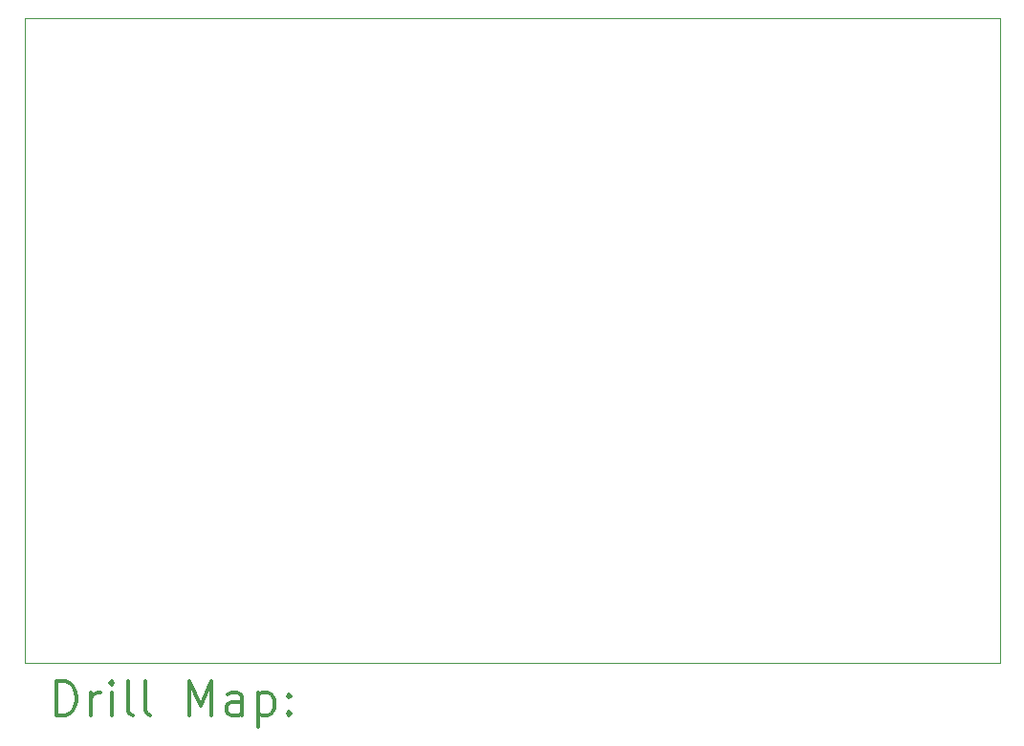
<source format=gbr>
%FSLAX45Y45*%
G04 Gerber Fmt 4.5, Leading zero omitted, Abs format (unit mm)*
G04 Created by KiCad (PCBNEW (5.1.6)-1) date 2020-07-22 17:21:02*
%MOMM*%
%LPD*%
G01*
G04 APERTURE LIST*
%TA.AperFunction,Profile*%
%ADD10C,0.050000*%
%TD*%
%ADD11C,0.200000*%
%ADD12C,0.300000*%
G04 APERTURE END LIST*
D10*
X13081000Y-10033000D02*
X13081000Y-4318000D01*
X21717000Y-10033000D02*
X13081000Y-10033000D01*
X21717000Y-4318000D02*
X21717000Y-10033000D01*
X13081000Y-4318000D02*
X21717000Y-4318000D01*
D11*
D12*
X13364928Y-10501214D02*
X13364928Y-10201214D01*
X13436357Y-10201214D01*
X13479214Y-10215500D01*
X13507786Y-10244072D01*
X13522071Y-10272643D01*
X13536357Y-10329786D01*
X13536357Y-10372643D01*
X13522071Y-10429786D01*
X13507786Y-10458357D01*
X13479214Y-10486929D01*
X13436357Y-10501214D01*
X13364928Y-10501214D01*
X13664928Y-10501214D02*
X13664928Y-10301214D01*
X13664928Y-10358357D02*
X13679214Y-10329786D01*
X13693500Y-10315500D01*
X13722071Y-10301214D01*
X13750643Y-10301214D01*
X13850643Y-10501214D02*
X13850643Y-10301214D01*
X13850643Y-10201214D02*
X13836357Y-10215500D01*
X13850643Y-10229786D01*
X13864928Y-10215500D01*
X13850643Y-10201214D01*
X13850643Y-10229786D01*
X14036357Y-10501214D02*
X14007786Y-10486929D01*
X13993500Y-10458357D01*
X13993500Y-10201214D01*
X14193500Y-10501214D02*
X14164928Y-10486929D01*
X14150643Y-10458357D01*
X14150643Y-10201214D01*
X14536357Y-10501214D02*
X14536357Y-10201214D01*
X14636357Y-10415500D01*
X14736357Y-10201214D01*
X14736357Y-10501214D01*
X15007786Y-10501214D02*
X15007786Y-10344072D01*
X14993500Y-10315500D01*
X14964928Y-10301214D01*
X14907786Y-10301214D01*
X14879214Y-10315500D01*
X15007786Y-10486929D02*
X14979214Y-10501214D01*
X14907786Y-10501214D01*
X14879214Y-10486929D01*
X14864928Y-10458357D01*
X14864928Y-10429786D01*
X14879214Y-10401214D01*
X14907786Y-10386929D01*
X14979214Y-10386929D01*
X15007786Y-10372643D01*
X15150643Y-10301214D02*
X15150643Y-10601214D01*
X15150643Y-10315500D02*
X15179214Y-10301214D01*
X15236357Y-10301214D01*
X15264928Y-10315500D01*
X15279214Y-10329786D01*
X15293500Y-10358357D01*
X15293500Y-10444072D01*
X15279214Y-10472643D01*
X15264928Y-10486929D01*
X15236357Y-10501214D01*
X15179214Y-10501214D01*
X15150643Y-10486929D01*
X15422071Y-10472643D02*
X15436357Y-10486929D01*
X15422071Y-10501214D01*
X15407786Y-10486929D01*
X15422071Y-10472643D01*
X15422071Y-10501214D01*
X15422071Y-10315500D02*
X15436357Y-10329786D01*
X15422071Y-10344072D01*
X15407786Y-10329786D01*
X15422071Y-10315500D01*
X15422071Y-10344072D01*
M02*

</source>
